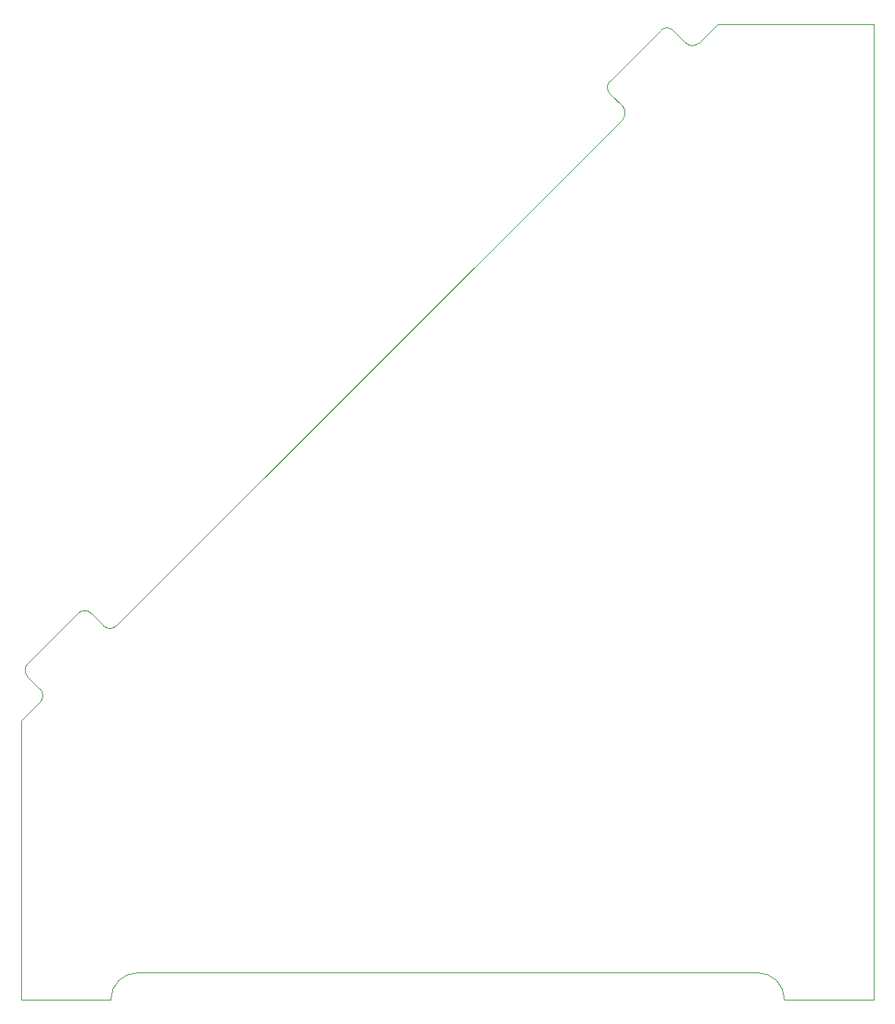
<source format=gm1>
G04*
G04 #@! TF.GenerationSoftware,Altium Limited,Altium Designer,25.5.2 (35)*
G04*
G04 Layer_Color=16711935*
%FSLAX44Y44*%
%MOMM*%
G71*
G04*
G04 #@! TF.SameCoordinates,C39B1BB1-0C43-440F-8A86-2A3EF890F6E4*
G04*
G04*
G04 #@! TF.FilePolarity,Positive*
G04*
G01*
G75*
%ADD11C,0.0010*%
D11*
X852628Y0D02*
G03*
X822628Y30000I-30000J0D01*
G01*
X130000D02*
G03*
X100000Y0I0J-30000D01*
G01*
X742462Y1067704D02*
G03*
X756604Y1067704I7071J7071D01*
G01*
X671751Y982851D02*
G03*
X671751Y996994I-7071J7071D01*
G01*
X91924Y417166D02*
G03*
X106066Y417166I7071J7071D01*
G01*
X21213Y332313D02*
G03*
X21213Y346455I-7071J7071D01*
G01*
X728320Y1081846D02*
G03*
X714178Y1081846I-7071J-7071D01*
G01*
X657609Y1025278D02*
G03*
X657609Y1011136I7071J-7071D01*
G01*
X7071Y374740D02*
G03*
X7071Y360597I7071J-7071D01*
G01*
X77782Y431308D02*
G03*
X63639Y431308I-7071J-7071D01*
G01*
X852628Y0D02*
X952628D01*
X0D02*
X100000D01*
X130000Y30000D02*
X822628Y30000D01*
X0Y0D02*
Y311100D01*
X952628Y0D02*
Y861100D01*
X756604Y1067704D02*
X777817Y1088918D01*
X106066Y417166D02*
X671751Y982851D01*
X0Y311100D02*
X21213Y332313D01*
X777817Y1088918D02*
X952628D01*
Y861100D02*
Y1088918D01*
X671751Y996994D02*
X671751D01*
X728320Y1081846D02*
X742462Y1067704D01*
X657609Y1025278D02*
X714178Y1081846D01*
X657609Y1011136D02*
X671751Y996994D01*
X7071Y360597D02*
X21213Y346455D01*
X7071Y374740D02*
X63639Y431308D01*
X77782Y431308D02*
X91924Y417166D01*
M02*

</source>
